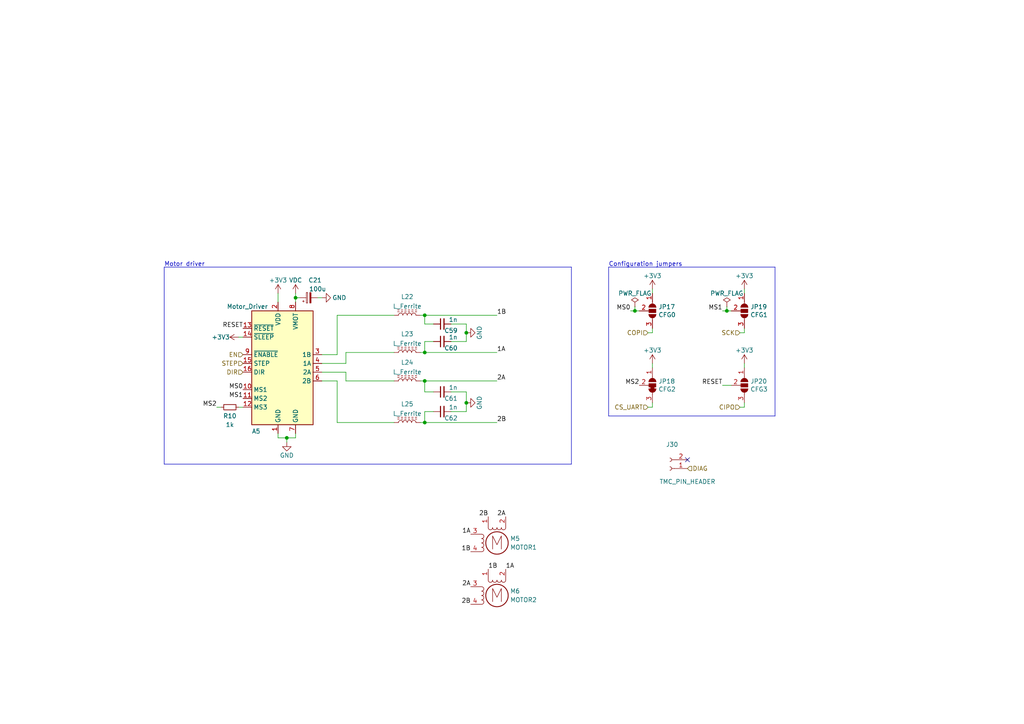
<source format=kicad_sch>
(kicad_sch (version 20231120) (generator "eeschema") (generator_version "8.0")
  (paper "A4")
  (title_block (title "LumenPnP Motherboard") (date "2022-03-29") (company "Opulo"))
  (lib_symbols
    (symbol "Connector:Conn_01x02_Female" (pin_names (offset 1.016) hide)
      (property "Reference" "J" (at 0 2.54 0))
      (property "Value" "Conn_01x02_Female" (at 0 -5.08 0))
      (symbol "Conn_01x02_Female_1_1"
        (arc (start 0 -2.032) (mid -0.5058 -2.54) (end 0 -3.048) (stroke (width 0.1524)))
        (polyline (pts (xy -1.27 -2.54) (xy -0.508 -2.54)) (stroke (width 0.1524)))
        (polyline (pts (xy -1.27 0) (xy -0.508 0)) (stroke (width 0.1524)))
        (arc (start 0 0.508) (mid -0.5058 0) (end 0 -0.508) (stroke (width 0.1524)))
        (pin passive line (at -5.08 0 0) (length 3.81) (name "Pin_1") (number "1"))
        (pin passive line (at -5.08 -2.54 0) (length 3.81) (name "Pin_2") (number "2"))
      )
    )
    (symbol "Device:C_Polarized_Small" (pin_numbers hide) (pin_names (offset 0.254) hide)
      (property "Reference" "C" (at 0.254 1.778 0))
      (property "Value" "C_Polarized_Small" (at 0.254 -2.032 0))
      (symbol "C_Polarized_Small_0_1"
        (rectangle (start -1.524 -0.3048) (end 1.524 -0.6858) (fill (type outline)))
        (rectangle (start -1.524 0.6858) (end 1.524 0.3048))
        (polyline (pts (xy -1.27 1.524) (xy -0.762 1.524)))
        (polyline (pts (xy -1.016 1.27) (xy -1.016 1.778)))
      )
      (symbol "C_Polarized_Small_1_1"
        (pin passive line (at 0 2.54 270) (length 1.8542) (name "~") (number "1"))
        (pin passive line (at 0 -2.54 90) (length 1.8542) (name "~") (number "2"))
      )
    )
    (symbol "Device:C_Small" (pin_numbers hide) (pin_names (offset 0.254) hide)
      (property "Reference" "C" (at 0.254 1.778 0))
      (property "Value" "C_Small" (at 0.254 -2.032 0))
      (symbol "C_Small_0_1"
        (polyline (pts (xy -1.524 -0.508) (xy 1.524 -0.508)) (stroke (width 0.3302)))
        (polyline (pts (xy -1.524 0.508) (xy 1.524 0.508)) (stroke (width 0.3048)))
      )
      (symbol "C_Small_1_1"
        (pin passive line (at 0 2.54 270) (length 2.032) (name "~") (number "1"))
        (pin passive line (at 0 -2.54 90) (length 2.032) (name "~") (number "2"))
      )
    )
    (symbol "Device:L_Ferrite" (pin_numbers hide) (pin_names (offset 1.016) hide)
      (property "Reference" "L" (at -1.27 0 90))
      (property "Value" "L_Ferrite" (at 2.794 0 90))
      (symbol "L_Ferrite_0_1"
        (arc (start 0 -2.54) (mid 0.6323 -1.905) (end 0 -1.27))
        (arc (start 0 -1.27) (mid 0.6323 -0.635) (end 0 0))
        (polyline (pts (xy 1.016 -2.794) (xy 1.016 -2.286)))
        (polyline (pts (xy 1.016 -1.778) (xy 1.016 -1.27)))
        (polyline (pts (xy 1.016 -0.762) (xy 1.016 -0.254)))
        (polyline (pts (xy 1.016 0.254) (xy 1.016 0.762)))
        (polyline (pts (xy 1.016 1.27) (xy 1.016 1.778)))
        (polyline (pts (xy 1.016 2.286) (xy 1.016 2.794)))
        (polyline (pts (xy 1.524 -2.286) (xy 1.524 -2.794)))
        (polyline (pts (xy 1.524 -1.27) (xy 1.524 -1.778)))
        (polyline (pts (xy 1.524 -0.254) (xy 1.524 -0.762)))
        (polyline (pts (xy 1.524 0.762) (xy 1.524 0.254)))
        (polyline (pts (xy 1.524 1.778) (xy 1.524 1.27)))
        (polyline (pts (xy 1.524 2.794) (xy 1.524 2.286)))
        (arc (start 0 0) (mid 0.6323 0.635) (end 0 1.27))
        (arc (start 0 1.27) (mid 0.6323 1.905) (end 0 2.54))
      )
      (symbol "L_Ferrite_1_1"
        (pin passive line (at 0 3.81 270) (length 1.27) (name "1") (number "1"))
        (pin passive line (at 0 -3.81 90) (length 1.27) (name "2") (number "2"))
      )
    )
    (symbol "Device:R_Small" (pin_numbers hide) (pin_names (offset 0.254) hide)
      (property "Reference" "R" (at 0.762 0.508 0))
      (property "Value" "R_Small" (at 0.762 -1.016 0))
      (symbol "R_Small_0_1"
        (rectangle (start -0.762 1.778) (end 0.762 -1.778) (stroke (width 0.2032)))
      )
      (symbol "R_Small_1_1"
        (pin passive line (at 0 2.54 270) (length 0.762) (name "~") (number "1"))
        (pin passive line (at 0 -2.54 90) (length 0.762) (name "~") (number "2"))
      )
    )
    (symbol "Driver_Motor:Pololu_Breakout_A4988"
      (property "Reference" "A" (at -2.54 19.05 0))
      (property "Value" "Pololu_Breakout_A4988" (at -2.54 16.51 0))
      (symbol "Pololu_Breakout_A4988_0_1"
        (rectangle (start 10.16 -17.78) (end -7.62 15.24) (stroke (width 0.254)) (fill (type background)))
      )
      (symbol "Pololu_Breakout_A4988_1_1"
        (pin power_in line (at 0 -20.32 90) (length 2.54) (name "GND") (number "1"))
        (pin input line (at -10.16 -7.62 0) (length 2.54) (name "MS1") (number "10"))
        (pin input line (at -10.16 -10.16 0) (length 2.54) (name "MS2") (number "11"))
        (pin input line (at -10.16 -12.7 0) (length 2.54) (name "MS3") (number "12"))
        (pin input line (at -10.16 10.16 0) (length 2.54) (name "~{RESET}") (number "13"))
        (pin input line (at -10.16 7.62 0) (length 2.54) (name "~{SLEEP}") (number "14"))
        (pin input line (at -10.16 0 0) (length 2.54) (name "STEP") (number "15"))
        (pin input line (at -10.16 -2.54 0) (length 2.54) (name "DIR") (number "16"))
        (pin power_in line (at 0 17.78 270) (length 2.54) (name "VDD") (number "2"))
        (pin output line (at 12.7 2.54 180) (length 2.54) (name "1B") (number "3"))
        (pin output line (at 12.7 0 180) (length 2.54) (name "1A") (number "4"))
        (pin output line (at 12.7 -2.54 180) (length 2.54) (name "2A") (number "5"))
        (pin output line (at 12.7 -5.08 180) (length 2.54) (name "2B") (number "6"))
        (pin power_in line (at 5.08 -20.32 90) (length 2.54) (name "GND") (number "7"))
        (pin power_in line (at 5.08 17.78 270) (length 2.54) (name "VMOT") (number "8"))
        (pin input line (at -10.16 2.54 0) (length 2.54) (name "~{ENABLE}") (number "9"))
      )
    )
    (symbol "Jumper:SolderJumper_3_Open" (pin_names (offset 0) hide)
      (property "Reference" "JP" (at -2.54 -2.54 0))
      (property "Value" "SolderJumper_3_Open" (at 0 2.794 0))
      (symbol "SolderJumper_3_Open_0_1"
        (arc (start -1.016 1.016) (mid -2.0276 0) (end -1.016 -1.016))
        (arc (start -1.016 1.016) (mid -2.0276 0) (end -1.016 -1.016) (fill (type outline)))
        (rectangle (start -0.508 1.016) (end 0.508 -1.016) (fill (type outline)))
        (polyline (pts (xy -2.54 0) (xy -2.032 0)))
        (polyline (pts (xy -1.016 1.016) (xy -1.016 -1.016)))
        (polyline (pts (xy 0 -1.27) (xy 0 -1.016)))
        (polyline (pts (xy 1.016 1.016) (xy 1.016 -1.016)))
        (polyline (pts (xy 2.54 0) (xy 2.032 0)))
        (arc (start 1.016 -1.016) (mid 2.0276 0) (end 1.016 1.016))
        (arc (start 1.016 -1.016) (mid 2.0276 0) (end 1.016 1.016) (fill (type outline)))
      )
      (symbol "SolderJumper_3_Open_1_1"
        (pin passive line (at -5.08 0 0) (length 2.54) (name "A") (number "1"))
        (pin passive line (at 0 -3.81 90) (length 2.54) (name "C") (number "2"))
        (pin passive line (at 5.08 0 180) (length 2.54) (name "B") (number "3"))
      )
    )
    (symbol "Motor:Stepper_Motor_bipolar" (pin_names (offset 0) hide)
      (property "Reference" "M" (at 3.81 2.54 0))
      (property "Value" "Stepper_Motor_bipolar" (at 3.81 1.27 0))
      (symbol "Stepper_Motor_bipolar_0_0"
        (polyline (pts (xy -1.27 -1.778) (xy -1.27 2.032) (xy 0 -0.508) (xy 1.27 2.032) (xy 1.27 -1.778)))
      )
      (symbol "Stepper_Motor_bipolar_0_1"
        (arc (start -4.445 -2.54) (mid -3.8127 -1.905) (end -4.445 -1.27))
        (arc (start -4.445 -1.27) (mid -3.8127 -0.635) (end -4.445 0))
        (arc (start -4.445 0) (mid -3.8127 0.635) (end -4.445 1.27))
        (arc (start -4.445 1.27) (mid -3.8127 1.905) (end -4.445 2.54))
        (arc (start -2.54 4.445) (mid -1.905 3.8127) (end -1.27 4.445))
        (arc (start -1.27 4.445) (mid -0.635 3.8127) (end 0 4.445))
        (polyline (pts (xy -5.08 -2.54) (xy -4.445 -2.54)))
        (polyline (pts (xy -5.08 2.54) (xy -4.445 2.54)))
        (polyline (pts (xy -2.54 5.08) (xy -2.54 4.445)))
        (polyline (pts (xy 2.54 5.08) (xy 2.54 4.445)))
        (circle (center 0 0) (radius 3.2512) (stroke (width 0.254)))
        (arc (start 0 4.445) (mid 0.635 3.8127) (end 1.27 4.445))
        (arc (start 1.27 4.445) (mid 1.905 3.8127) (end 2.54 4.445))
      )
      (symbol "Stepper_Motor_bipolar_1_1"
        (pin passive line (at -2.54 7.62 270) (length 2.54) (name "~") (number "1"))
        (pin passive line (at 2.54 7.62 270) (length 2.54) (name "-") (number "2"))
        (pin passive line (at -7.62 2.54 0) (length 2.54) (name "~") (number "3"))
        (pin passive line (at -7.62 -2.54 0) (length 2.54) (name "~") (number "4"))
      )
    )
    (symbol "index:SolderJumper_3_Bridged23" (pin_names (offset 0) hide)
      (property "Reference" "JP" (at -2.54 -2.54 0))
      (property "Value" "SolderJumper_3_Bridged23" (at 0 2.794 0))
      (symbol "SolderJumper_3_Bridged23_0_1"
        (rectangle (start -1.016 0.508) (end -0.508 -0.508) (fill (type outline)))
        (arc (start -1.016 1.016) (mid -2.0276 0) (end -1.016 -1.016))
        (arc (start -1.016 1.016) (mid -2.0276 0) (end -1.016 -1.016) (fill (type outline)))
        (rectangle (start -0.508 1.016) (end 0.508 -1.016) (fill (type outline)))
        (polyline (pts (xy -2.54 0) (xy -2.032 0)))
        (polyline (pts (xy -1.016 1.016) (xy -1.016 -1.016)))
        (polyline (pts (xy 0 -1.27) (xy 0 -1.016)))
        (polyline (pts (xy 1.016 1.016) (xy 1.016 -1.016)))
        (polyline (pts (xy 2.54 0) (xy 2.032 0)))
        (arc (start 1.016 -1.016) (mid 2.0276 0) (end 1.016 1.016))
        (arc (start 1.016 -1.016) (mid 2.0276 0) (end 1.016 1.016) (fill (type outline)))
      )
      (symbol "SolderJumper_3_Bridged23_1_1"
        (pin passive line (at 5.08 0 180) (length 2.54) (name "B") (number "1"))
        (pin input line (at 0 -3.81 90) (length 2.54) (name "C") (number "2"))
        (pin passive line (at -5.08 0 0) (length 2.54) (name "A") (number "3"))
      )
    )
    (symbol "power:+3.3V" (power) (pin_names (offset 0))
      (property "Value" "+3.3V" (at 0 3.556 0))
      (symbol "+3.3V_0_1"
        (polyline (pts (xy -0.762 1.27) (xy 0 2.54)))
        (polyline (pts (xy 0 0) (xy 0 2.54)))
        (polyline (pts (xy 0 2.54) (xy 0.762 1.27)))
      )
      (symbol "+3.3V_1_1"
        (pin power_in line (at 0 0 90) (length 0) hide (name "+3V3") (number "1"))
      )
    )
    (symbol "power:+3V3" (power) (pin_names (offset 0))
      (property "Value" "+3V3" (at 0 3.556 0))
      (symbol "+3V3_0_1"
        (polyline (pts (xy -0.762 1.27) (xy 0 2.54)))
        (polyline (pts (xy 0 0) (xy 0 2.54)))
        (polyline (pts (xy 0 2.54) (xy 0.762 1.27)))
      )
      (symbol "+3V3_1_1"
        (pin power_in line (at 0 0 90) (length 0) hide (name "+3V3") (number "1"))
      )
    )
    (symbol "power:GND" (power) (pin_names (offset 0))
      (property "Value" "GND" (at 0 -3.81 0))
      (symbol "GND_0_1"
        (polyline (pts (xy 0 0) (xy 0 -1.27) (xy 1.27 -1.27) (xy 0 -2.54) (xy -1.27 -1.27) (xy 0 -1.27)))
      )
      (symbol "GND_1_1"
        (pin power_in line (at 0 0 270) (length 0) hide (name "GND") (number "1"))
      )
    )
    (symbol "power:PWR_FLAG" (power) (pin_numbers hide) (pin_names (offset 0) hide)
      (property "Value" "PWR_FLAG" (at 0 3.81 0))
      (symbol "PWR_FLAG_0_0"
        (pin power_out line (at 0 0 90) (length 0) (name "pwr") (number "1"))
      )
      (symbol "PWR_FLAG_0_1"
        (polyline (pts (xy 0 0) (xy 0 1.27) (xy -1.016 1.905) (xy 0 2.54) (xy 1.016 1.905) (xy 0 1.27)))
      )
    )
    (symbol "power:VDC" (power) (pin_names (offset 0))
      (property "Value" "VDC" (at 0 6.35 0))
      (symbol "VDC_0_1"
        (polyline (pts (xy -0.762 1.27) (xy 0 2.54)))
        (polyline (pts (xy 0 0) (xy 0 2.54)))
        (polyline (pts (xy 0 2.54) (xy 0.762 1.27)))
      )
      (symbol "VDC_1_1"
        (pin power_in line (at 0 0 90) (length 0) hide (name "VDC") (number "1"))
      )
    )
  )
  (junction (at 123.19 91.44))
  (junction (at 135.255 96.52))
  (junction (at 135.255 116.84))
  (junction (at 83.185 127))
  (junction (at 123.19 102.235))
  (junction (at 123.19 110.49))
  (junction (at 123.19 122.555))
  (junction (at 85.725 86.36))
  (junction (at 184.15 90.17))
  (junction (at 210.82 90.17))
  (no_connect (at 199.39 133.35))
  (polyline (pts (xy 47.625 77.47) (xy 47.625 134.62)))
  (wire (pts (xy 189.23 118.11) (xy 189.23 116.84)))
  (wire (pts (xy 135.255 93.98) (xy 130.81 93.98)))
  (wire (pts (xy 100.33 107.95) (xy 100.33 110.49)))
  (wire (pts (xy 100.33 102.235) (xy 114.3 102.235)))
  (wire (pts (xy 123.19 102.235) (xy 144.145 102.235)))
  (wire (pts (xy 189.23 83.82) (xy 189.23 85.09)))
  (wire (pts (xy 189.23 105.41) (xy 189.23 106.68)))
  (polyline (pts (xy 165.735 134.62) (xy 165.735 77.47)))
  (wire (pts (xy 80.645 127) (xy 83.185 127)))
  (wire (pts (xy 123.19 122.555) (xy 123.19 119.38)))
  (wire (pts (xy 93.345 107.95) (xy 100.33 107.95)))
  (wire (pts (xy 123.19 119.38) (xy 125.73 119.38)))
  (wire (pts (xy 100.33 110.49) (xy 114.3 110.49)))
  (wire (pts (xy 187.96 118.11) (xy 189.23 118.11)))
  (wire (pts (xy 184.15 88.9) (xy 184.15 90.17)))
  (wire (pts (xy 121.92 122.555) (xy 123.19 122.555)))
  (wire (pts (xy 93.345 110.49) (xy 97.79 110.49)))
  (polyline (pts (xy 176.53 77.47) (xy 224.79 77.47)))
  (wire (pts (xy 97.79 102.87) (xy 97.79 91.44)))
  (wire (pts (xy 80.645 125.73) (xy 80.645 127)))
  (wire (pts (xy 135.255 113.665) (xy 135.255 116.84)))
  (wire (pts (xy 93.345 105.41) (xy 100.33 105.41)))
  (wire (pts (xy 214.63 118.11) (xy 215.9 118.11)))
  (wire (pts (xy 80.645 85.09) (xy 80.645 87.63)))
  (wire (pts (xy 123.19 93.98) (xy 125.73 93.98)))
  (wire (pts (xy 135.255 96.52) (xy 135.255 93.98)))
  (wire (pts (xy 85.725 85.09) (xy 85.725 86.36)))
  (wire (pts (xy 121.92 110.49) (xy 123.19 110.49)))
  (wire (pts (xy 135.255 99.06) (xy 135.255 96.52)))
  (wire (pts (xy 123.19 91.44) (xy 144.145 91.44)))
  (wire (pts (xy 123.19 102.235) (xy 123.19 99.06)))
  (wire (pts (xy 62.865 118.11) (xy 64.135 118.11)))
  (wire (pts (xy 97.79 110.49) (xy 97.79 122.555)))
  (wire (pts (xy 210.82 88.9) (xy 210.82 90.17)))
  (wire (pts (xy 85.725 86.36) (xy 86.995 86.36)))
  (wire (pts (xy 123.19 91.44) (xy 123.19 93.98)))
  (wire (pts (xy 100.33 105.41) (xy 100.33 102.235)))
  (wire (pts (xy 93.345 102.87) (xy 97.79 102.87)))
  (wire (pts (xy 123.19 113.665) (xy 125.73 113.665)))
  (wire (pts (xy 189.23 96.52) (xy 189.23 95.25)))
  (wire (pts (xy 135.255 119.38) (xy 130.81 119.38)))
  (wire (pts (xy 85.725 86.36) (xy 85.725 87.63)))
  (wire (pts (xy 130.81 113.665) (xy 135.255 113.665)))
  (polyline (pts (xy 224.79 120.65) (xy 176.53 120.65)))
  (wire (pts (xy 123.19 110.49) (xy 123.19 113.665)))
  (wire (pts (xy 83.185 127) (xy 83.185 128.27)))
  (wire (pts (xy 209.55 90.17) (xy 210.82 90.17)))
  (wire (pts (xy 187.96 96.52) (xy 189.23 96.52)))
  (wire (pts (xy 121.92 91.44) (xy 123.19 91.44)))
  (wire (pts (xy 184.15 90.17) (xy 185.42 90.17)))
  (wire (pts (xy 215.9 105.41) (xy 215.9 106.68)))
  (wire (pts (xy 215.9 96.52) (xy 215.9 95.25)))
  (polyline (pts (xy 47.625 77.47) (xy 165.735 77.47)))
  (wire (pts (xy 182.88 90.17) (xy 184.15 90.17)))
  (wire (pts (xy 215.9 83.82) (xy 215.9 85.09)))
  (wire (pts (xy 130.81 99.06) (xy 135.255 99.06)))
  (wire (pts (xy 214.63 96.52) (xy 215.9 96.52)))
  (wire (pts (xy 97.79 122.555) (xy 114.3 122.555)))
  (polyline (pts (xy 224.79 77.47) (xy 224.79 120.65)))
  (wire (pts (xy 85.725 125.73) (xy 85.725 127)))
  (wire (pts (xy 97.79 91.44) (xy 114.3 91.44)))
  (polyline (pts (xy 176.53 77.47) (xy 176.53 120.65)))
  (wire (pts (xy 69.215 97.79) (xy 70.485 97.79)))
  (wire (pts (xy 123.19 110.49) (xy 144.145 110.49)))
  (wire (pts (xy 83.185 127) (xy 85.725 127)))
  (wire (pts (xy 215.9 118.11) (xy 215.9 116.84)))
  (wire (pts (xy 121.92 102.235) (xy 123.19 102.235)))
  (polyline (pts (xy 47.625 134.62) (xy 165.735 134.62)))
  (wire (pts (xy 69.215 118.11) (xy 70.485 118.11)))
  (wire (pts (xy 123.19 122.555) (xy 144.145 122.555)))
  (wire (pts (xy 123.19 99.06) (xy 125.73 99.06)))
  (wire (pts (xy 92.075 86.36) (xy 93.345 86.36)))
  (wire (pts (xy 210.82 90.17) (xy 212.09 90.17)))
  (wire (pts (xy 135.255 116.84) (xy 135.255 119.38)))
  (wire (pts (xy 209.55 111.76) (xy 212.09 111.76)))
  (text "Configuration jumpers" (at 176.53 77.47 0) (effects (font (size 1.27 1.27)) (justify left bottom)))
  (text "Motor driver" (at 47.625 77.47 0) (effects (font (size 1.27 1.27)) (justify left bottom)))
  (label "2A" (at 144.145 110.49 0))
  (label "2B" (at 144.145 122.555 0))
  (label "2A" (at 136.525 170.18 180))
  (label "2B" (at 136.525 175.26 180))
  (label "RESET" (at 209.55 111.76 180))
  (label "MS2" (at 62.865 118.11 180))
  (label "MS2" (at 185.42 111.76 180))
  (label "1B" (at 144.145 91.44 0))
  (label "RESET" (at 70.485 95.25 180))
  (label "2A" (at 146.685 149.86 180))
  (label "1B" (at 136.525 160.02 180))
  (label "1A" (at 136.525 154.94 180))
  (label "MS0" (at 70.485 113.03 180))
  (label "MS1" (at 209.55 90.17 180))
  (label "2B" (at 141.605 149.86 180))
  (label "1A" (at 146.685 165.1 0))
  (label "1A" (at 144.145 102.235 0))
  (label "MS1" (at 70.485 115.57 180))
  (label "1B" (at 141.605 165.1 0))
  (label "MS0" (at 182.88 90.17 180))
  (hierarchical_label "DIR" (shape input) (at 70.485 107.95 180))
  (hierarchical_label "COPI" (shape input) (at 187.96 96.52 180))
  (hierarchical_label "SCK" (shape input) (at 214.63 96.52 180))
  (hierarchical_label "CIPO" (shape input) (at 214.63 118.11 180))
  (hierarchical_label "DIAG" (shape input) (at 199.39 135.89 0))
  (hierarchical_label "EN" (shape input) (at 70.485 102.87 180))
  (hierarchical_label "CS_UART" (shape input) (at 187.96 118.11 180))
  (hierarchical_label "STEP" (shape input) (at 70.485 105.41 180))
  (symbol (lib_id "power:+3V3") (at 80.645 85.09 0) (unit 1)
    (property "Reference" "#PWR066" (effects (hide yes)))
    (property "Value" "+3V3" (at 80.645 81.28 0))
    (instances (project "mobo" (path "" (reference "#PWR066") (unit 1)) (path "" (reference "#PWR0227") (unit 1))))
  )
  (symbol (lib_id "power:GND") (at 83.185 128.27 0) (unit 1)
    (property "Reference" "#PWR067" (effects (hide yes)))
    (property "Value" "GND" (at 83.185 132.08 0))
    (instances (project "mobo" (path "" (reference "#PWR067") (unit 1)) (path "" (reference "#PWR0225") (unit 1))))
  )
  (symbol (lib_id "power:+3.3V") (at 69.215 97.79 90) (unit 1)
    (property "Reference" "#PWR065" (effects (hide yes)))
    (property "Value" "+3V3" (at 66.675 97.79 90) (effects (justify left)))
    (instances (project "mobo" (path "" (reference "#PWR065") (unit 1)) (path "" (reference "#PWR0226") (unit 1))))
  )
  (symbol (lib_id "Motor:Stepper_Motor_bipolar") (at 144.145 172.72 0) (unit 1)
    (property "Reference" "M6" (at 147.955 171.45 0) (effects (justify left)))
    (property "Value" "MOTOR2" (at 147.955 173.99 0) (effects (justify left)))
    (property "Footprint" "Connector_JST:JST_XH_B4B-XH-A_1x04_P2.50mm_Vertical" (effects (hide yes)))
    (property "Datasheet" "http://www.infineon.com/dgdl/Application-Note-TLE8110EE_driving_UniPolarStepperMotor_V1.1.pdf?fileId=db3a30431be39b97011be5d0aa0a00b0" (effects (hide yes)))
    (property "LCSC" "C37815" (effects (hide yes)))
    (property "JLCPCB" "C37815" (effects (hide yes)))
    (property "Digikey" "455-2249-ND" (effects (hide yes)))
    (instances (project "mobo" (path "" (reference "M6") (unit 1)) (path "" (reference "M8") (unit 1))))
  )
  (symbol (lib_id "Motor:Stepper_Motor_bipolar") (at 144.145 157.48 0) (unit 1)
    (property "Reference" "M5" (at 147.955 156.21 0) (effects (justify left)))
    (property "Value" "MOTOR1" (at 147.955 158.75 0) (effects (justify left)))
    (property "Footprint" "Connector_JST:JST_XH_B4B-XH-A_1x04_P2.50mm_Vertical" (effects (hide yes)))
    (property "Datasheet" "http://www.infineon.com/dgdl/Application-Note-TLE8110EE_driving_UniPolarStepperMotor_V1.1.pdf?fileId=db3a30431be39b97011be5d0aa0a00b0" (effects (hide yes)))
    (property "LCSC" "C37815" (effects (hide yes)))
    (property "JLCPCB" "C37815" (effects (hide yes)))
    (property "Digikey" "455-2249-ND" (effects (hide yes)))
    (instances (project "mobo" (path "" (reference "M5") (unit 1)) (path "" (reference "M7") (unit 1))))
  )
  (symbol (lib_id "Driver_Motor:Pololu_Breakout_A4988") (at 80.645 105.41 0) (unit 1)
    (property "Reference" "A5" (at 74.295 125.095 0))
    (property "Value" "Motor_Driver" (at 71.755 88.9 0))
    (property "Footprint" "Module:Pololu_Breakout-16_15.2x20.3mm" (effects (hide yes)))
    (property "Datasheet" "https://www.pololu.com/product/2980/pictures" (effects (hide yes)))
    (property "Digikey" "1460-TMC2209SILENTSTEPSTICK-ND" (effects (hide yes)))
    (property "Notes" "BIGTREETECH TMC2209" (effects (hide yes)))
    (instances (project "mobo" (path "" (reference "A5") (unit 1)) (path "" (reference "A6") (unit 1))))
  )
  (symbol (lib_id "power:VDC") (at 85.725 85.09 0) (unit 1)
    (property "Reference" "#PWR068" (effects (hide yes)))
    (property "Value" "VDC" (at 85.725 81.28 0))
    (instances (project "mobo" (path "" (reference "#PWR068") (unit 1)) (path "" (reference "#PWR0228") (unit 1))))
  )
  (symbol (lib_id "Device:C_Polarized_Small") (at 89.535 86.36 90) (unit 1)
    (property "Reference" "C21" (at 93.345 81.28 90) (effects (justify left)))
    (property "Value" "100u" (at 94.615 83.82 90) (effects (justify left)))
    (property "Footprint" "Capacitor_SMD:CP_Elec_6.3x7.7" (effects (hide yes)))
    (property "Digikey" "493-2203-1-ND" (effects (hide yes)))
    (property "JLCPCB" "C99837" (effects (hide yes)))
    (property "LCSC" "C3339" (effects (hide yes)))
    (property "Mouser" "647-UWT1V101MCL1S" (effects (hide yes)))
    (property "Notes" "35V/20%/Aluminum" (effects (hide yes)))
    (instances (project "mobo" (path "" (reference "C21") (unit 1)) (path "" (reference "C22") (unit 1))))
  )
  (symbol (lib_id "power:GND") (at 93.345 86.36 90) (unit 1)
    (property "Reference" "#PWR072" (effects (hide yes)))
    (property "Value" "GND" (at 98.425 86.36 90))
    (instances (project "mobo" (path "" (reference "#PWR072") (unit 1)) (path "" (reference "#PWR0229") (unit 1))))
  )
  (symbol (lib_id "power:+3.3V") (at 215.9 105.41 0) (unit 1)
    (property "Reference" "#PWR070" (effects (hide yes)))
    (property "Value" "+3V3" (at 215.9 101.6 0))
    (instances (project "mobo" (path "" (reference "#PWR070") (unit 1)) (path "" (reference "#PWR0221") (unit 1))))
  )
  (symbol (lib_id "power:+3.3V") (at 189.23 83.82 0) (unit 1)
    (property "Reference" "#PWR063" (effects (hide yes)))
    (property "Value" "+3V3" (at 189.23 80.01 0))
    (instances (project "mobo" (path "" (reference "#PWR063") (unit 1)) (path "" (reference "#PWR0223") (unit 1))))
  )
  (symbol (lib_id "power:+3.3V") (at 215.9 83.82 0) (unit 1)
    (property "Reference" "#PWR069" (effects (hide yes)))
    (property "Value" "+3V3" (at 215.9 80.01 0))
    (instances (project "mobo" (path "" (reference "#PWR069") (unit 1)) (path "" (reference "#PWR0222") (unit 1))))
  )
  (symbol (lib_id "power:+3.3V") (at 189.23 105.41 0) (unit 1)
    (property "Reference" "#PWR064" (effects (hide yes)))
    (property "Value" "+3V3" (at 189.23 101.6 0))
    (instances (project "mobo" (path "" (reference "#PWR064") (unit 1)) (path "" (reference "#PWR0224") (unit 1))))
  )
  (symbol (lib_id "Jumper:SolderJumper_3_Open") (at 189.23 90.17 270) (unit 1)
    (property "Reference" "JP17" (at 190.9572 89.0016 90) (effects (justify left)))
    (property "Value" "CFG0" (at 190.9572 91.313 90) (effects (justify left)))
    (property "Footprint" "Jumper:SolderJumper-3_P1.3mm_Open_RoundedPad1.0x1.5mm" (effects (hide yes)))
    (instances (project "mobo" (path "" (reference "JP17") (unit 1)) (path "" (reference "JP21") (unit 1))))
  )
  (symbol (lib_id "Jumper:SolderJumper_3_Open") (at 215.9 90.17 270) (unit 1)
    (property "Reference" "JP19" (at 217.6272 89.0016 90) (effects (justify left)))
    (property "Value" "CFG1" (at 217.6272 91.313 90) (effects (justify left)))
    (property "Footprint" "Jumper:SolderJumper-3_P1.3mm_Open_RoundedPad1.0x1.5mm" (effects (hide yes)))
    (instances (project "mobo" (path "" (reference "JP19") (unit 1)) (path "" (reference "JP23") (unit 1))))
  )
  (symbol (lib_id "Device:R_Small") (at 66.675 118.11 270) (unit 1)
    (property "Reference" "R10" (at 66.675 120.65 90))
    (property "Value" "1k" (at 66.675 123.19 90))
    (property "Footprint" "Resistor_SMD:R_0805_2012Metric" (effects (hide yes)))
    (property "JLCPCB" "C17513" (effects (hide yes)))
    (property "LCSC" "C17513" (effects (hide yes)))
    (property "Notes" "125mW/1%" (effects (hide yes)))
    (instances (project "mobo" (path "" (reference "R10") (unit 1)) (path "" (reference "R11") (unit 1))))
  )
  (symbol (lib_id "index:SolderJumper_3_Bridged23") (at 189.23 111.76 270) (mirror x) (unit 1)
    (property "Reference" "JP18" (at 190.9572 110.5916 90) (effects (justify left)))
    (property "Value" "CFG2" (at 190.9572 112.903 90) (effects (justify left)))
    (property "Footprint" "index:SolderJumper-3_P1.3mm_Bridged23_RoundedPad1.0x1.5mm" (effects (hide yes)))
    (instances (project "mobo" (path "" (reference "JP18") (unit 1)) (path "" (reference "JP22") (unit 1))))
  )
  (symbol (lib_id "power:PWR_FLAG") (at 210.82 88.9 0) (unit 1)
    (property "Reference" "#FLG06" (effects (hide yes)))
    (property "Value" "PWR_FLAG" (at 210.82 85.09 0))
    (instances (project "mobo" (path "" (reference "#FLG06") (unit 1)) (path "" (reference "#FLG02") (unit 1))))
  )
  (symbol (lib_id "power:PWR_FLAG") (at 184.15 88.9 0) (unit 1)
    (property "Reference" "#FLG05" (effects (hide yes)))
    (property "Value" "PWR_FLAG" (at 184.15 85.09 0))
    (instances (project "mobo" (path "" (reference "#FLG05") (unit 1)) (path "" (reference "#FLG01") (unit 1))))
  )
  (symbol (lib_id "Device:C_Small") (at 128.27 93.98 90) (unit 1)
    (property "Reference" "C59" (at 130.81 95.885 90))
    (property "Value" "1n" (at 131.445 92.71 90))
    (property "Footprint" "Capacitor_SMD:C_0805_2012Metric" (effects (hide yes)))
    (property "Digikey" "1276-1020-1-ND" (effects (hide yes)))
    (property "Notes" "50V/10%" (effects (hide yes)))
    (instances (project "mobo" (path "" (reference "C59") (unit 1)) (path "" (reference "C55") (unit 1))))
  )
  (symbol (lib_id "Device:L_Ferrite") (at 118.11 122.555 90) (unit 1)
    (property "Reference" "L25" (at 118.11 117.1915 90))
    (property "Value" "L_Ferrite" (at 118.11 119.9666 90))
    (property "Footprint" "Inductor_SMD:L_0805_2012Metric" (effects (hide yes)))
    (property "Digikey" "1934-1472-1-ND" (effects (hide yes)))
    (property "Notes" "120R @ 100MHz/6A" (effects (hide yes)))
    (instances (project "mobo" (path "" (reference "L25") (unit 1)) (path "" (reference "L21") (unit 1))))
  )
  (symbol (lib_id "Connector:Conn_01x02_Female") (at 194.31 135.89 180) (unit 1)
    (property "Reference" "J30" (at 194.945 128.9263 0))
    (property "Value" "TMC_PIN_HEADER" (at 199.39 139.7 0))
    (property "Footprint" "Connector_PinSocket_2.54mm:PinSocket_1x02_P2.54mm_Vertical" (effects (hide yes)))
    (instances (project "mobo" (path "" (reference "J30") (unit 1)) (path "" (reference "J29") (unit 1))))
  )
  (symbol (lib_id "Device:C_Small") (at 128.27 113.665 90) (unit 1)
    (property "Reference" "C61" (at 130.81 115.57 90))
    (property "Value" "1n" (at 131.445 112.395 90))
    (property "Footprint" "Capacitor_SMD:C_0805_2012Metric" (effects (hide yes)))
    (property "Digikey" "1276-1020-1-ND" (effects (hide yes)))
    (property "Notes" "50V/10%" (effects (hide yes)))
    (instances (project "mobo" (path "" (reference "C61") (unit 1)) (path "" (reference "C57") (unit 1))))
  )
  (symbol (lib_id "Device:L_Ferrite") (at 118.11 102.235 90) (unit 1)
    (property "Reference" "L23" (at 118.11 96.8715 90))
    (property "Value" "L_Ferrite" (at 118.11 99.6466 90))
    (property "Footprint" "Inductor_SMD:L_0805_2012Metric" (effects (hide yes)))
    (property "Digikey" "1934-1472-1-ND" (effects (hide yes)))
    (property "Notes" "120R @ 100MHz/6A" (effects (hide yes)))
    (instances (project "mobo" (path "" (reference "L23") (unit 1)) (path "" (reference "L19") (unit 1))))
  )
  (symbol (lib_id "Device:L_Ferrite") (at 118.11 91.44 90) (unit 1)
    (property "Reference" "L22" (at 118.11 86.0765 90))
    (property "Value" "L_Ferrite" (at 118.11 88.8516 90))
    (property "Footprint" "Inductor_SMD:L_0805_2012Metric" (effects (hide yes)))
    (property "Digikey" "1934-1472-1-ND" (effects (hide yes)))
    (property "Notes" "120R @ 100MHz/6A" (effects (hide yes)))
    (instances (project "mobo" (path "" (reference "L22") (unit 1)) (path "" (reference "L18") (unit 1))))
  )
  (symbol (lib_id "Device:L_Ferrite") (at 118.11 110.49 90) (unit 1)
    (property "Reference" "L24" (at 118.11 105.1265 90))
    (property "Value" "L_Ferrite" (at 118.11 107.9016 90))
    (property "Footprint" "Inductor_SMD:L_0805_2012Metric" (effects (hide yes)))
    (property "Digikey" "1934-1472-1-ND" (effects (hide yes)))
    (property "Notes" "120R @ 100MHz/6A" (effects (hide yes)))
    (instances (project "mobo" (path "" (reference "L24") (unit 1)) (path "" (reference "L20") (unit 1))))
  )
  (symbol (lib_id "Device:C_Small") (at 128.27 119.38 90) (unit 1)
    (property "Reference" "C62" (at 130.81 121.285 90))
    (property "Value" "1n" (at 131.445 118.11 90))
    (property "Footprint" "Capacitor_SMD:C_0805_2012Metric" (effects (hide yes)))
    (property "Digikey" "1276-1020-1-ND" (effects (hide yes)))
    (property "Notes" "50V/10%" (effects (hide yes)))
    (instances (project "mobo" (path "" (reference "C62") (unit 1)) (path "" (reference "C58") (unit 1))))
  )
  (symbol (lib_id "power:GND") (at 135.255 116.84 90) (unit 1)
    (property "Reference" "#PWR0129" (effects (hide yes)))
    (property "Value" "GND" (at 139.065 116.84 0))
    (instances (project "mobo" (path "" (reference "#PWR0129") (unit 1)) (path "" (reference "#PWR0127") (unit 1))))
  )
  (symbol (lib_id "power:GND") (at 135.255 96.52 90) (unit 1)
    (property "Reference" "#PWR0130" (effects (hide yes)))
    (property "Value" "GND" (at 139.065 96.52 0))
    (instances (project "mobo" (path "" (reference "#PWR0130") (unit 1)) (path "" (reference "#PWR0128") (unit 1))))
  )
  (symbol (lib_id "Device:C_Small") (at 128.27 99.06 90) (unit 1)
    (property "Reference" "C60" (at 130.81 100.965 90))
    (property "Value" "1n" (at 131.445 97.79 90))
    (property "Footprint" "Capacitor_SMD:C_0805_2012Metric" (effects (hide yes)))
    (property "Digikey" "1276-1020-1-ND" (effects (hide yes)))
    (property "Notes" "50V/10%" (effects (hide yes)))
    (instances (project "mobo" (path "" (reference "C60") (unit 1)) (path "" (reference "C56") (unit 1))))
  )
  (symbol (lib_id "Jumper:SolderJumper_3_Open") (at 215.9 111.76 270) (unit 1)
    (property "Reference" "JP20" (at 217.6272 110.5916 90) (effects (justify left)))
    (property "Value" "CFG3" (at 217.6272 112.903 90) (effects (justify left)))
    (property "Footprint" "Jumper:SolderJumper-3_P1.3mm_Open_RoundedPad1.0x1.5mm" (effects (hide yes)))
    (instances (project "mobo" (path "" (reference "JP20") (unit 1)) (path "" (reference "JP24") (unit 1))))
  )
)
</source>
